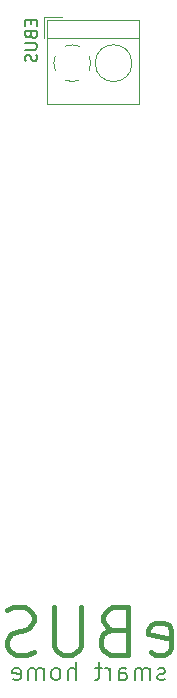
<source format=gbr>
%TF.GenerationSoftware,KiCad,Pcbnew,5.1.5+dfsg1-2build2*%
%TF.CreationDate,2022-11-14T11:38:36+01:00*%
%TF.ProjectId,ebus,65627573-2e6b-4696-9361-645f70636258,rev?*%
%TF.SameCoordinates,Original*%
%TF.FileFunction,Legend,Bot*%
%TF.FilePolarity,Positive*%
%FSLAX46Y46*%
G04 Gerber Fmt 4.6, Leading zero omitted, Abs format (unit mm)*
G04 Created by KiCad (PCBNEW 5.1.5+dfsg1-2build2) date 2022-11-14 11:38:36*
%MOMM*%
%LPD*%
G04 APERTURE LIST*
%ADD10C,0.400000*%
%ADD11C,0.200000*%
%ADD12C,0.150000*%
%ADD13C,0.120000*%
G04 APERTURE END LIST*
D10*
X83851095Y-136874047D02*
X84232047Y-137064523D01*
X84993952Y-137064523D01*
X85374904Y-136874047D01*
X85565380Y-136493095D01*
X85565380Y-134969285D01*
X85374904Y-134588333D01*
X84993952Y-134397857D01*
X84232047Y-134397857D01*
X83851095Y-134588333D01*
X83660619Y-134969285D01*
X83660619Y-135350238D01*
X85565380Y-135731190D01*
X80613000Y-134969285D02*
X80041571Y-135159761D01*
X79851095Y-135350238D01*
X79660619Y-135731190D01*
X79660619Y-136302619D01*
X79851095Y-136683571D01*
X80041571Y-136874047D01*
X80422523Y-137064523D01*
X81946333Y-137064523D01*
X81946333Y-133064523D01*
X80613000Y-133064523D01*
X80232047Y-133255000D01*
X80041571Y-133445476D01*
X79851095Y-133826428D01*
X79851095Y-134207380D01*
X80041571Y-134588333D01*
X80232047Y-134778809D01*
X80613000Y-134969285D01*
X81946333Y-134969285D01*
X77946333Y-133064523D02*
X77946333Y-136302619D01*
X77755857Y-136683571D01*
X77565380Y-136874047D01*
X77184428Y-137064523D01*
X76422523Y-137064523D01*
X76041571Y-136874047D01*
X75851095Y-136683571D01*
X75660619Y-136302619D01*
X75660619Y-133064523D01*
X73946333Y-136874047D02*
X73374904Y-137064523D01*
X72422523Y-137064523D01*
X72041571Y-136874047D01*
X71851095Y-136683571D01*
X71660619Y-136302619D01*
X71660619Y-135921666D01*
X71851095Y-135540714D01*
X72041571Y-135350238D01*
X72422523Y-135159761D01*
X73184428Y-134969285D01*
X73565380Y-134778809D01*
X73755857Y-134588333D01*
X73946333Y-134207380D01*
X73946333Y-133826428D01*
X73755857Y-133445476D01*
X73565380Y-133255000D01*
X73184428Y-133064523D01*
X72232047Y-133064523D01*
X71660619Y-133255000D01*
D11*
X85077285Y-139164142D02*
X84934428Y-139235571D01*
X84648714Y-139235571D01*
X84505857Y-139164142D01*
X84434428Y-139021285D01*
X84434428Y-138949857D01*
X84505857Y-138807000D01*
X84648714Y-138735571D01*
X84863000Y-138735571D01*
X85005857Y-138664142D01*
X85077285Y-138521285D01*
X85077285Y-138449857D01*
X85005857Y-138307000D01*
X84863000Y-138235571D01*
X84648714Y-138235571D01*
X84505857Y-138307000D01*
X83791571Y-139235571D02*
X83791571Y-138235571D01*
X83791571Y-138378428D02*
X83720142Y-138307000D01*
X83577285Y-138235571D01*
X83363000Y-138235571D01*
X83220142Y-138307000D01*
X83148714Y-138449857D01*
X83148714Y-139235571D01*
X83148714Y-138449857D02*
X83077285Y-138307000D01*
X82934428Y-138235571D01*
X82720142Y-138235571D01*
X82577285Y-138307000D01*
X82505857Y-138449857D01*
X82505857Y-139235571D01*
X81148714Y-139235571D02*
X81148714Y-138449857D01*
X81220142Y-138307000D01*
X81363000Y-138235571D01*
X81648714Y-138235571D01*
X81791571Y-138307000D01*
X81148714Y-139164142D02*
X81291571Y-139235571D01*
X81648714Y-139235571D01*
X81791571Y-139164142D01*
X81863000Y-139021285D01*
X81863000Y-138878428D01*
X81791571Y-138735571D01*
X81648714Y-138664142D01*
X81291571Y-138664142D01*
X81148714Y-138592714D01*
X80434428Y-139235571D02*
X80434428Y-138235571D01*
X80434428Y-138521285D02*
X80363000Y-138378428D01*
X80291571Y-138307000D01*
X80148714Y-138235571D01*
X80005857Y-138235571D01*
X79720142Y-138235571D02*
X79148714Y-138235571D01*
X79505857Y-137735571D02*
X79505857Y-139021285D01*
X79434428Y-139164142D01*
X79291571Y-139235571D01*
X79148714Y-139235571D01*
X77505857Y-139235571D02*
X77505857Y-137735571D01*
X76863000Y-139235571D02*
X76863000Y-138449857D01*
X76934428Y-138307000D01*
X77077285Y-138235571D01*
X77291571Y-138235571D01*
X77434428Y-138307000D01*
X77505857Y-138378428D01*
X75934428Y-139235571D02*
X76077285Y-139164142D01*
X76148714Y-139092714D01*
X76220142Y-138949857D01*
X76220142Y-138521285D01*
X76148714Y-138378428D01*
X76077285Y-138307000D01*
X75934428Y-138235571D01*
X75720142Y-138235571D01*
X75577285Y-138307000D01*
X75505857Y-138378428D01*
X75434428Y-138521285D01*
X75434428Y-138949857D01*
X75505857Y-139092714D01*
X75577285Y-139164142D01*
X75720142Y-139235571D01*
X75934428Y-139235571D01*
X74791571Y-139235571D02*
X74791571Y-138235571D01*
X74791571Y-138378428D02*
X74720142Y-138307000D01*
X74577285Y-138235571D01*
X74363000Y-138235571D01*
X74220142Y-138307000D01*
X74148714Y-138449857D01*
X74148714Y-139235571D01*
X74148714Y-138449857D02*
X74077285Y-138307000D01*
X73934428Y-138235571D01*
X73720142Y-138235571D01*
X73577285Y-138307000D01*
X73505857Y-138449857D01*
X73505857Y-139235571D01*
X72220142Y-139164142D02*
X72363000Y-139235571D01*
X72648714Y-139235571D01*
X72791571Y-139164142D01*
X72863000Y-139021285D01*
X72863000Y-138449857D01*
X72791571Y-138307000D01*
X72648714Y-138235571D01*
X72363000Y-138235571D01*
X72220142Y-138307000D01*
X72148714Y-138449857D01*
X72148714Y-138592714D01*
X72863000Y-138735571D01*
D12*
X73715571Y-83375714D02*
X73715571Y-83709047D01*
X74239380Y-83851904D02*
X74239380Y-83375714D01*
X73239380Y-83375714D01*
X73239380Y-83851904D01*
X73715571Y-84613809D02*
X73763190Y-84756666D01*
X73810809Y-84804285D01*
X73906047Y-84851904D01*
X74048904Y-84851904D01*
X74144142Y-84804285D01*
X74191761Y-84756666D01*
X74239380Y-84661428D01*
X74239380Y-84280476D01*
X73239380Y-84280476D01*
X73239380Y-84613809D01*
X73287000Y-84709047D01*
X73334619Y-84756666D01*
X73429857Y-84804285D01*
X73525095Y-84804285D01*
X73620333Y-84756666D01*
X73667952Y-84709047D01*
X73715571Y-84613809D01*
X73715571Y-84280476D01*
X73239380Y-85280476D02*
X74048904Y-85280476D01*
X74144142Y-85328095D01*
X74191761Y-85375714D01*
X74239380Y-85470952D01*
X74239380Y-85661428D01*
X74191761Y-85756666D01*
X74144142Y-85804285D01*
X74048904Y-85851904D01*
X73239380Y-85851904D01*
X74191761Y-86280476D02*
X74239380Y-86423333D01*
X74239380Y-86661428D01*
X74191761Y-86756666D01*
X74144142Y-86804285D01*
X74048904Y-86851904D01*
X73953666Y-86851904D01*
X73858428Y-86804285D01*
X73810809Y-86756666D01*
X73763190Y-86661428D01*
X73715571Y-86470952D01*
X73667952Y-86375714D01*
X73620333Y-86328095D01*
X73525095Y-86280476D01*
X73429857Y-86280476D01*
X73334619Y-86328095D01*
X73287000Y-86375714D01*
X73239380Y-86470952D01*
X73239380Y-86709047D01*
X73287000Y-86851904D01*
D13*
%TO.C,J1*%
X82271000Y-86995000D02*
G75*
G03X82271000Y-86995000I-1555000J0D01*
G01*
X75056000Y-84895000D02*
X82876000Y-84895000D01*
X75056000Y-90455000D02*
X82876000Y-90455000D01*
X75056000Y-83335000D02*
X82876000Y-83335000D01*
X75056000Y-90455000D02*
X75056000Y-83335000D01*
X82876000Y-90455000D02*
X82876000Y-83335000D01*
X74816000Y-84835000D02*
X74816000Y-83095000D01*
X74816000Y-83095000D02*
X76316000Y-83095000D01*
X77243011Y-85439508D02*
G75*
G03X76608000Y-85563000I-27011J-1555492D01*
G01*
X75783891Y-86387258D02*
G75*
G03X75784000Y-87603000I1432109J-607742D01*
G01*
X76608258Y-88427109D02*
G75*
G03X77824000Y-88427000I607742J1432109D01*
G01*
X78648109Y-87602742D02*
G75*
G03X78648000Y-86387000I-1432109J607742D01*
G01*
X77823587Y-85563615D02*
G75*
G03X77216000Y-85440000I-607587J-1431385D01*
G01*
%TD*%
M02*

</source>
